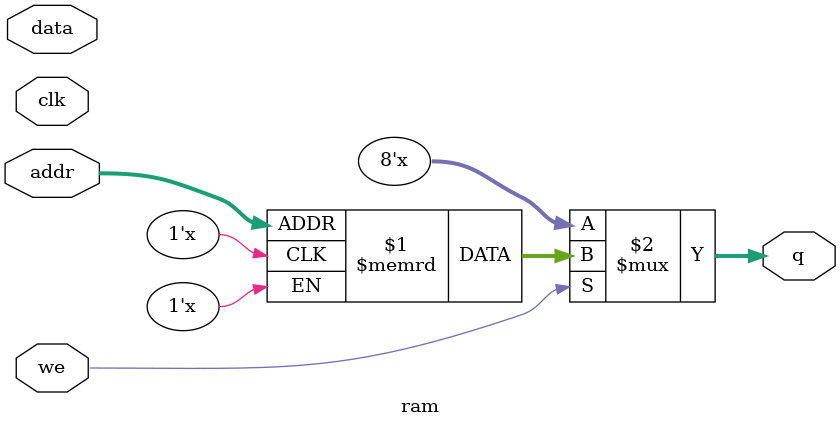
<source format=v>
module ram #(
    parameter ADDR_WIDTH=6,
    parameter DATA_WIDTH=8
) (
    input [DATA_WIDTH-1:0] data,
    input [ADDR_WIDTH-1:0] addr,
    input we, clk,
    output [7:0] q
);
reg [DATA_WIDTH-1:0] ram[2**ADDR_WIDTH-1:0];
// when we is high, write data to ram at address addr
// assign the ram value at address addr to q
assign q = (we) ? ram[addr] : 8'bz;

endmodule

</source>
